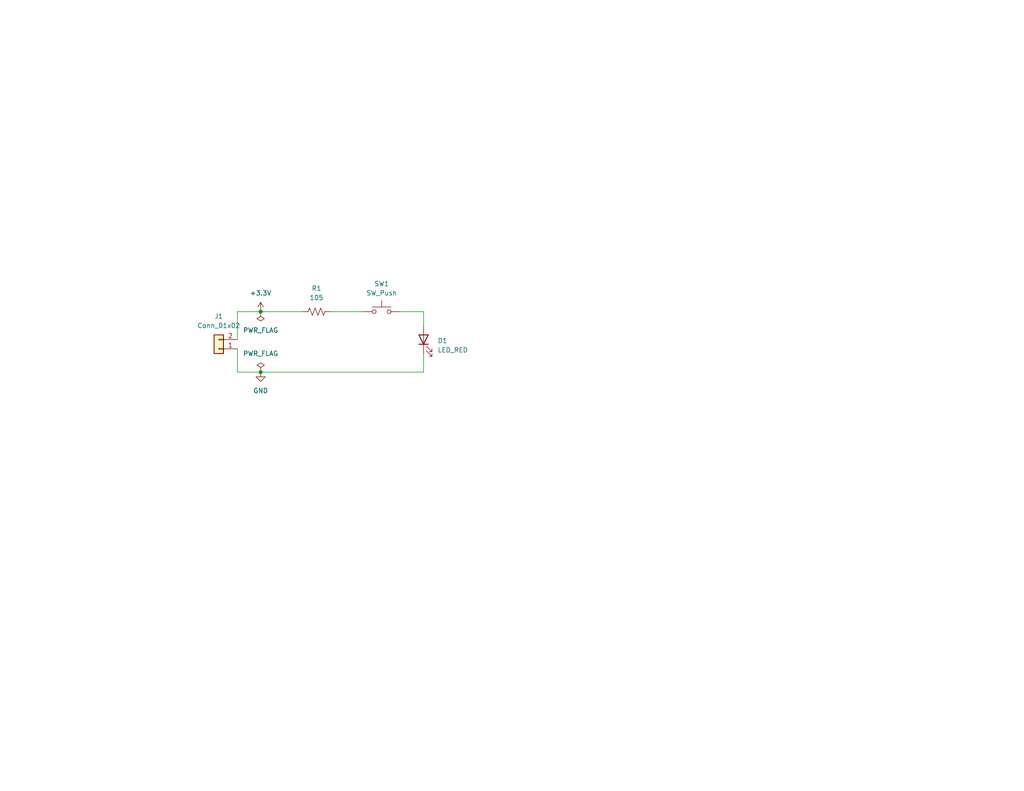
<source format=kicad_sch>
(kicad_sch (version 20231120) (generator "eeschema") (generator_version "8.0")
  (paper "USLetter")
  (title_block (title "Template") (date "2024-09-22") (rev "0.0") (company "Illini Solar Car") (comment 1 "Designed By: Alen Daniel"))
  (lib_symbols
    (symbol "Connector_Generic:Conn_01x02" (pin_names (offset 1.016) hide)
      (property "Reference" "J" (at 0 2.54 0))
      (property "Value" "Conn_01x02" (at 0 -5.08 0))
      (symbol "Conn_01x02_1_1"
        (rectangle (start -1.27 -2.413) (end 0 -2.667) (stroke (width 0.1524)))
        (rectangle (start -1.27 0.127) (end 0 -0.127) (stroke (width 0.1524)))
        (rectangle (start -1.27 1.27) (end 1.27 -3.81) (stroke (width 0.254)) (fill (type background)))
        (pin passive line (at -5.08 0 0) (length 3.81) (name "Pin_1") (number "1"))
        (pin passive line (at -5.08 -2.54 0) (length 3.81) (name "Pin_2") (number "2"))
      )
    )
    (symbol "Switch:SW_Push" (pin_numbers hide) (pin_names (offset 1.016) hide)
      (property "Reference" "SW" (at 1.27 2.54 0))
      (property "Value" "SW_Push" (at 0 -1.524 0))
      (symbol "SW_Push_0_1"
        (circle (center -2.032 0) (radius 0.508))
        (polyline (pts (xy 0 1.27) (xy 0 3.048)))
        (polyline (pts (xy 2.54 1.27) (xy -2.54 1.27)))
        (circle (center 2.032 0) (radius 0.508))
        (pin passive line (at -5.08 0 0) (length 2.54) (name "1") (number "1"))
        (pin passive line (at 5.08 0 180) (length 2.54) (name "2") (number "2"))
      )
    )
    (symbol "device:LED" (pin_numbers hide) (pin_names (offset 1.016) hide)
      (property "Reference" "D" (at 0 2.54 0))
      (property "Value" "LED" (at 0 -2.54 0))
      (symbol "LED_0_1"
        (polyline (pts (xy -1.27 -1.27) (xy -1.27 1.27)) (stroke (width 0.254)))
        (polyline (pts (xy -1.27 0) (xy 1.27 0)))
        (polyline (pts (xy 1.27 -1.27) (xy 1.27 1.27) (xy -1.27 0) (xy 1.27 -1.27)) (stroke (width 0.254)))
        (polyline (pts (xy -3.048 -0.762) (xy -4.572 -2.286) (xy -3.81 -2.286) (xy -4.572 -2.286) (xy -4.572 -1.524)))
        (polyline (pts (xy -1.778 -0.762) (xy -3.302 -2.286) (xy -2.54 -2.286) (xy -3.302 -2.286) (xy -3.302 -1.524)))
      )
      (symbol "LED_1_1"
        (pin passive line (at -3.81 0 0) (length 2.54) (name "K") (number "1"))
        (pin passive line (at 3.81 0 180) (length 2.54) (name "A") (number "2"))
      )
    )
    (symbol "device:R_US" (pin_numbers hide) (pin_names (offset 0))
      (property "Reference" "R" (at 2.54 0 90))
      (property "Value" "R_US" (at -2.54 0 90))
      (symbol "R_US_0_1"
        (polyline (pts (xy 0 -2.286) (xy 0 -2.54)))
        (polyline (pts (xy 0 2.286) (xy 0 2.54)))
        (polyline (pts (xy 0 -0.762) (xy 1.016 -1.143) (xy 0 -1.524) (xy -1.016 -1.905) (xy 0 -2.286)))
        (polyline (pts (xy 0 0.762) (xy 1.016 0.381) (xy 0 0) (xy -1.016 -0.381) (xy 0 -0.762)))
        (polyline (pts (xy 0 2.286) (xy 1.016 1.905) (xy 0 1.524) (xy -1.016 1.143) (xy 0 0.762)))
      )
      (symbol "R_US_1_1"
        (pin passive line (at 0 3.81 270) (length 1.27) (name "~") (number "1"))
        (pin passive line (at 0 -3.81 90) (length 1.27) (name "~") (number "2"))
      )
    )
    (symbol "power:+3.3V" (power) (pin_names (offset 0))
      (property "Value" "+3.3V" (at 0 3.556 0))
      (symbol "+3.3V_0_1"
        (polyline (pts (xy -0.762 1.27) (xy 0 2.54)))
        (polyline (pts (xy 0 0) (xy 0 2.54)))
        (polyline (pts (xy 0 2.54) (xy 0.762 1.27)))
      )
      (symbol "+3.3V_1_1"
        (pin power_in line (at 0 0 90) (length 0) hide (name "+3V3") (number "1"))
      )
    )
    (symbol "power:GND" (power) (pin_names (offset 0))
      (property "Value" "GND" (at 0 -3.81 0))
      (symbol "GND_0_1"
        (polyline (pts (xy 0 0) (xy 0 -1.27) (xy 1.27 -1.27) (xy 0 -2.54) (xy -1.27 -1.27) (xy 0 -1.27)))
      )
      (symbol "GND_1_1"
        (pin power_in line (at 0 0 270) (length 0) hide (name "GND") (number "1"))
      )
    )
    (symbol "power:PWR_FLAG" (power) (pin_numbers hide) (pin_names (offset 0) hide)
      (property "Value" "PWR_FLAG" (at 0 3.81 0))
      (symbol "PWR_FLAG_0_0"
        (pin power_out line (at 0 0 90) (length 0) (name "pwr") (number "1"))
      )
      (symbol "PWR_FLAG_0_1"
        (polyline (pts (xy 0 0) (xy 0 1.27) (xy -1.016 1.905) (xy 0 2.54) (xy 1.016 1.905) (xy 0 1.27)))
      )
    )
  )
  (junction (at 71.12 101.6))
  (junction (at 71.12 85.09))
  (wire (pts (xy 115.57 101.6) (xy 71.12 101.6)))
  (wire (pts (xy 90.17 85.09) (xy 99.06 85.09)))
  (wire (pts (xy 64.77 101.6) (xy 71.12 101.6)))
  (wire (pts (xy 109.22 85.09) (xy 115.57 85.09)))
  (wire (pts (xy 64.77 92.71) (xy 64.77 85.09)))
  (wire (pts (xy 115.57 96.52) (xy 115.57 101.6)))
  (wire (pts (xy 64.77 85.09) (xy 71.12 85.09)))
  (wire (pts (xy 115.57 85.09) (xy 115.57 88.9)))
  (wire (pts (xy 64.77 95.25) (xy 64.77 101.6)))
  (wire (pts (xy 71.12 85.09) (xy 82.55 85.09)))
  (symbol (lib_id "power:+3.3V") (at 71.12 85.09 0) (unit 1)
    (property "Reference" "#PWR01" (effects (hide yes)))
    (property "Value" "+3.3V" (at 71.12 80.01 0))
    (property "Description" "Power symbol creates a global label with name \"+3.3V\"" (effects (hide yes)))
  )
  (symbol (lib_id "Connector_Generic:Conn_01x02") (at 59.69 95.25 180) (unit 1)
    (property "Reference" "J1" (at 59.69 86.36 0))
    (property "Value" "Conn_01x02" (at 59.69 88.9 0))
    (property "Footprint" "Connector_Molex:Molex_KK-254_AE-6410-02A_1x02_P2.54mm_Vertical" (effects (hide yes)))
    (property "Datasheet" "chrome-extension://efaidnbmnnnibpcajpcglclefindmkaj/https://www.molex.com/content/dam/molex/molex-dot-com/products/automated/en-us/salesdrawingpdf/641/6410/022272021_sd.pdf?inline" (effects (hide yes)))
    (property "Description" "Generic connector, single row, 01x02, script generated (kicad-library-utils/schlib/autogen/connector/)" (effects (hide yes)))
    (property "MPN" "022272021" (effects (hide yes)))
  )
  (symbol (lib_id "power:PWR_FLAG") (at 71.12 85.09 180) (unit 1)
    (property "Reference" "#FLG01" (effects (hide yes)))
    (property "Value" "PWR_FLAG" (at 71.12 90.17 0))
    (property "Description" "Special symbol for telling ERC where power comes from" (effects (hide yes)))
  )
  (symbol (lib_id "power:GND") (at 71.12 101.6 0) (unit 1)
    (property "Reference" "#PWR02" (effects (hide yes)))
    (property "Value" "GND" (at 71.12 106.68 0))
    (property "Description" "Power symbol creates a global label with name \"GND\" , ground" (effects (hide yes)))
  )
  (symbol (lib_id "device:LED") (at 115.57 92.71 90) (unit 1)
    (property "Reference" "D1" (at 119.38 93.0274 90) (effects (justify right)))
    (property "Value" "LED_RED" (at 119.38 95.5674 90) (effects (justify right)))
    (property "Footprint" "layout:LED_0603_Symbol_on_F.SilkS" (effects (hide yes)))
    (property "Datasheet" "https://drive.google.com/file/d/11PHNHIeFlBkQRFFpD2ygJvA7-o9qc3DV/view" (effects (hide yes)))
    (property "Description" "Light emitting diode" (effects (hide yes)))
    (property "MPN" "LED5RED" (effects (hide yes)))
  )
  (symbol (lib_id "Switch:SW_Push") (at 104.14 85.09 0) (unit 1)
    (property "Reference" "SW1" (at 104.14 77.47 0))
    (property "Value" "SW_Push" (at 104.14 80.01 0))
    (property "Footprint" "Button_Switch_SMD:SW_DIP_SPSTx01_Slide_6.7x4.1mm_W8.61mm_P2.54mm_LowProfile" (effects (hide yes)))
    (property "Datasheet" "chrome-extension://efaidnbmnnnibpcajpcglclefindmkaj/https://www.te.com/usa-en/product-1825910-6.datasheet.pdf" (effects (hide yes)))
    (property "Description" "Push button switch, generic, two pins" (effects (hide yes)))
    (property "MPN" "1825910-6" (effects (hide yes)))
  )
  (symbol (lib_id "power:PWR_FLAG") (at 71.12 101.6 0) (unit 1)
    (property "Reference" "#FLG02" (effects (hide yes)))
    (property "Value" "PWR_FLAG" (at 71.12 96.52 0))
    (property "Description" "Special symbol for telling ERC where power comes from" (effects (hide yes)))
  )
  (symbol (lib_id "device:R_US") (at 86.36 85.09 90) (unit 1)
    (property "Reference" "R1" (at 86.36 78.74 90))
    (property "Value" "105" (at 86.36 81.28 90))
    (property "Footprint" "Resistor_SMD:R_0201_0603Metric_Pad0.64x0.40mm_HandSolder" (effects (hide yes)))
    (property "Datasheet" "chrome-extension://efaidnbmnnnibpcajpcglclefindmkaj/https://www.yageo.com/upload/media/product/app/datasheet/lr/yageo-mfr_datasheet.pdf" (effects (hide yes)))
    (property "Description" "Resistor, US symbol" (effects (hide yes)))
    (property "MPN" "MFR50SFTE52-105R" (effects (hide yes)))
  )
)
</source>
